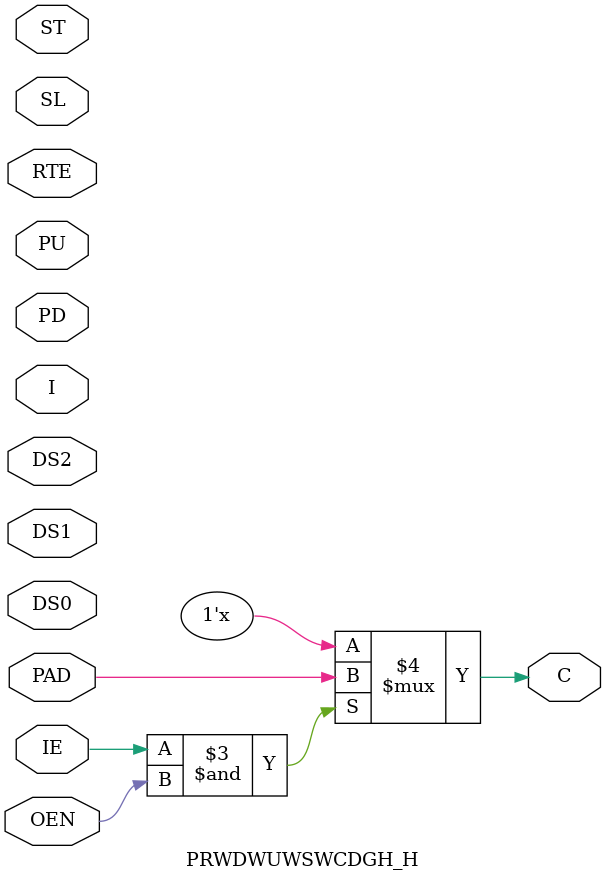
<source format=v>

module PRWDWUWSWCDGH_H (C, DS0, DS1, DS2, I, IE, OEN, PAD, PU, PD, ST, SL, RTE);

  input  DS0, DS1, DS2, I, IE, OEN, PU, PD, ST, SL, RTE;
  output C;
  input  PAD;
  
  assign C = ((IE == 1'b1) & (OEN ==1'b1)) ? PAD : 1'bz;

endmodule

</source>
